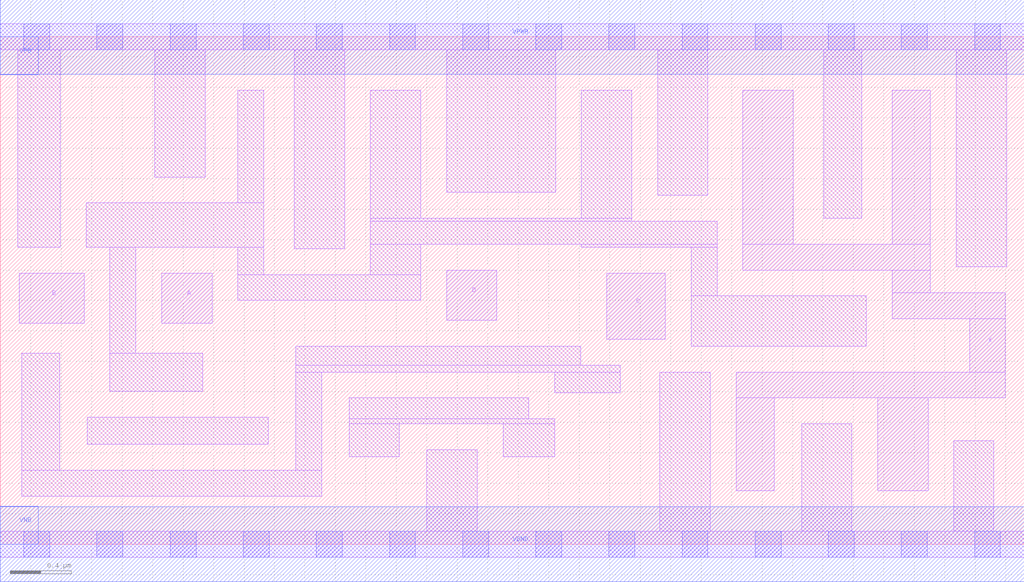
<source format=lef>
# Copyright 2020 The SkyWater PDK Authors
#
# Licensed under the Apache License, Version 2.0 (the "License");
# you may not use this file except in compliance with the License.
# You may obtain a copy of the License at
#
#     https://www.apache.org/licenses/LICENSE-2.0
#
# Unless required by applicable law or agreed to in writing, software
# distributed under the License is distributed on an "AS IS" BASIS,
# WITHOUT WARRANTIES OR CONDITIONS OF ANY KIND, either express or implied.
# See the License for the specific language governing permissions and
# limitations under the License.
#
# SPDX-License-Identifier: Apache-2.0

VERSION 5.5 ;
NAMESCASESENSITIVE ON ;
BUSBITCHARS "[]" ;
DIVIDERCHAR "/" ;
MACRO sky130_fd_sc_hs__and4_4
  CLASS CORE ;
  SOURCE USER ;
  ORIGIN  0.000000  0.000000 ;
  SIZE  6.720000 BY  3.330000 ;
  SYMMETRY X Y ;
  SITE unit ;
  PIN A
    ANTENNAGATEAREA  0.492000 ;
    DIRECTION INPUT ;
    USE SIGNAL ;
    PORT
      LAYER li1 ;
        RECT 1.060000 1.450000 1.390000 1.780000 ;
    END
  END A
  PIN B
    ANTENNAGATEAREA  0.492000 ;
    DIRECTION INPUT ;
    USE SIGNAL ;
    PORT
      LAYER li1 ;
        RECT 0.125000 1.450000 0.550000 1.780000 ;
    END
  END B
  PIN C
    ANTENNAGATEAREA  0.492000 ;
    DIRECTION INPUT ;
    USE SIGNAL ;
    PORT
      LAYER li1 ;
        RECT 3.980000 1.345000 4.365000 1.780000 ;
    END
  END C
  PIN D
    ANTENNAGATEAREA  0.492000 ;
    DIRECTION INPUT ;
    USE SIGNAL ;
    PORT
      LAYER li1 ;
        RECT 2.930000 1.470000 3.260000 1.800000 ;
    END
  END D
  PIN X
    ANTENNADIFFAREA  1.164600 ;
    DIRECTION OUTPUT ;
    USE SIGNAL ;
    PORT
      LAYER li1 ;
        RECT 4.830000 0.350000 5.080000 0.960000 ;
        RECT 4.830000 0.960000 6.595000 1.130000 ;
        RECT 4.875000 1.800000 6.105000 1.970000 ;
        RECT 4.875000 1.970000 5.205000 2.980000 ;
        RECT 5.760000 0.350000 6.090000 0.960000 ;
        RECT 5.855000 1.480000 6.595000 1.650000 ;
        RECT 5.855000 1.650000 6.105000 1.800000 ;
        RECT 5.855000 1.970000 6.105000 2.980000 ;
        RECT 6.365000 1.130000 6.595000 1.480000 ;
    END
  END X
  PIN VGND
    DIRECTION INOUT ;
    USE GROUND ;
    PORT
      LAYER met1 ;
        RECT 0.000000 -0.245000 6.720000 0.245000 ;
    END
  END VGND
  PIN VNB
    DIRECTION INOUT ;
    USE GROUND ;
    PORT
      LAYER met1 ;
        RECT 0.000000 0.000000 0.250000 0.250000 ;
    END
  END VNB
  PIN VPB
    DIRECTION INOUT ;
    USE POWER ;
    PORT
      LAYER met1 ;
        RECT 0.000000 3.080000 0.250000 3.330000 ;
    END
  END VPB
  PIN VPWR
    DIRECTION INOUT ;
    USE POWER ;
    PORT
      LAYER met1 ;
        RECT 0.000000 3.085000 6.720000 3.575000 ;
    END
  END VPWR
  OBS
    LAYER li1 ;
      RECT 0.000000 -0.085000 6.720000 0.085000 ;
      RECT 0.000000  3.245000 6.720000 3.415000 ;
      RECT 0.115000  1.950000 0.395000 3.245000 ;
      RECT 0.140000  0.315000 2.110000 0.485000 ;
      RECT 0.140000  0.485000 0.390000 1.255000 ;
      RECT 0.565000  1.950000 1.730000 2.240000 ;
      RECT 0.570000  0.655000 1.760000 0.835000 ;
      RECT 0.720000  1.005000 1.330000 1.255000 ;
      RECT 0.720000  1.255000 0.890000 1.950000 ;
      RECT 1.015000  2.410000 1.345000 3.245000 ;
      RECT 1.560000  1.600000 2.760000 1.770000 ;
      RECT 1.560000  1.770000 1.730000 1.950000 ;
      RECT 1.560000  2.240000 1.730000 2.980000 ;
      RECT 1.930000  1.940000 2.260000 3.245000 ;
      RECT 1.940000  0.485000 2.110000 1.130000 ;
      RECT 1.940000  1.130000 4.070000 1.175000 ;
      RECT 1.940000  1.175000 3.810000 1.300000 ;
      RECT 2.290000  0.575000 2.620000 0.790000 ;
      RECT 2.290000  0.790000 3.640000 0.825000 ;
      RECT 2.290000  0.825000 3.470000 0.960000 ;
      RECT 2.430000  1.770000 2.760000 1.970000 ;
      RECT 2.430000  1.970000 4.705000 2.120000 ;
      RECT 2.430000  2.120000 4.145000 2.140000 ;
      RECT 2.430000  2.140000 2.760000 2.980000 ;
      RECT 2.800000  0.085000 3.130000 0.620000 ;
      RECT 2.930000  2.310000 3.645000 3.245000 ;
      RECT 3.300000  0.575000 3.640000 0.790000 ;
      RECT 3.640000  0.995000 4.070000 1.130000 ;
      RECT 3.815000  1.950000 4.705000 1.970000 ;
      RECT 3.815000  2.140000 4.145000 2.980000 ;
      RECT 4.315000  2.290000 4.645000 3.245000 ;
      RECT 4.330000  0.085000 4.660000 1.130000 ;
      RECT 4.535000  1.300000 5.685000 1.630000 ;
      RECT 4.535000  1.630000 4.705000 1.950000 ;
      RECT 5.260000  0.085000 5.590000 0.790000 ;
      RECT 5.405000  2.140000 5.655000 3.245000 ;
      RECT 6.260000  0.085000 6.520000 0.680000 ;
      RECT 6.275000  1.820000 6.605000 3.245000 ;
    LAYER mcon ;
      RECT 0.155000 -0.085000 0.325000 0.085000 ;
      RECT 0.155000  3.245000 0.325000 3.415000 ;
      RECT 0.635000 -0.085000 0.805000 0.085000 ;
      RECT 0.635000  3.245000 0.805000 3.415000 ;
      RECT 1.115000 -0.085000 1.285000 0.085000 ;
      RECT 1.115000  3.245000 1.285000 3.415000 ;
      RECT 1.595000 -0.085000 1.765000 0.085000 ;
      RECT 1.595000  3.245000 1.765000 3.415000 ;
      RECT 2.075000 -0.085000 2.245000 0.085000 ;
      RECT 2.075000  3.245000 2.245000 3.415000 ;
      RECT 2.555000 -0.085000 2.725000 0.085000 ;
      RECT 2.555000  3.245000 2.725000 3.415000 ;
      RECT 3.035000 -0.085000 3.205000 0.085000 ;
      RECT 3.035000  3.245000 3.205000 3.415000 ;
      RECT 3.515000 -0.085000 3.685000 0.085000 ;
      RECT 3.515000  3.245000 3.685000 3.415000 ;
      RECT 3.995000 -0.085000 4.165000 0.085000 ;
      RECT 3.995000  3.245000 4.165000 3.415000 ;
      RECT 4.475000 -0.085000 4.645000 0.085000 ;
      RECT 4.475000  3.245000 4.645000 3.415000 ;
      RECT 4.955000 -0.085000 5.125000 0.085000 ;
      RECT 4.955000  3.245000 5.125000 3.415000 ;
      RECT 5.435000 -0.085000 5.605000 0.085000 ;
      RECT 5.435000  3.245000 5.605000 3.415000 ;
      RECT 5.915000 -0.085000 6.085000 0.085000 ;
      RECT 5.915000  3.245000 6.085000 3.415000 ;
      RECT 6.395000 -0.085000 6.565000 0.085000 ;
      RECT 6.395000  3.245000 6.565000 3.415000 ;
  END
END sky130_fd_sc_hs__and4_4
END LIBRARY

</source>
